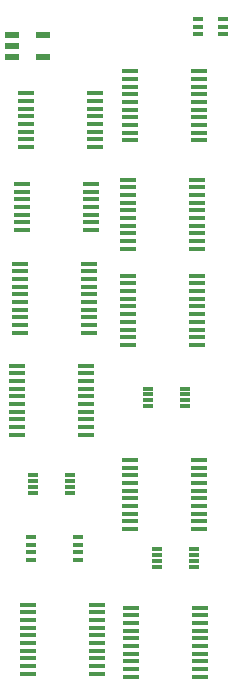
<source format=gtp>
%TF.GenerationSoftware,KiCad,Pcbnew,9.0.4*%
%TF.CreationDate,2025-09-20T10:09:57+02:00*%
%TF.ProjectId,Processor Full Device,50726f63-6573-4736-9f72-2046756c6c20,V0*%
%TF.SameCoordinates,Original*%
%TF.FileFunction,Paste,Top*%
%TF.FilePolarity,Positive*%
%FSLAX46Y46*%
G04 Gerber Fmt 4.6, Leading zero omitted, Abs format (unit mm)*
G04 Created by KiCad (PCBNEW 9.0.4) date 2025-09-20 10:09:57*
%MOMM*%
%LPD*%
G01*
G04 APERTURE LIST*
%ADD10R,1.475000X0.450000*%
%ADD11R,0.850000X0.300000*%
%ADD12R,0.950000X0.450000*%
%ADD13R,1.150000X0.600000*%
%ADD14R,0.875000X0.450000*%
%ADD15R,1.450000X0.450000*%
G04 APERTURE END LIST*
D10*
%TO.C,IC14*%
X9542000Y-17395000D03*
X9542000Y-18045000D03*
X9542000Y-18695000D03*
X9542000Y-19345000D03*
X9542000Y-19995000D03*
X9542000Y-20645000D03*
X9542000Y-21295000D03*
X9542000Y-21945000D03*
X9542000Y-22595000D03*
X9542000Y-23245000D03*
X3666000Y-23245000D03*
X3666000Y-22595000D03*
X3666000Y-21945000D03*
X3666000Y-21295000D03*
X3666000Y-20645000D03*
X3666000Y-19995000D03*
X3666000Y-19345000D03*
X3666000Y-18695000D03*
X3666000Y-18045000D03*
X3666000Y-17395000D03*
%TD*%
%TO.C,IC13*%
X18686000Y-18435001D03*
X18686000Y-19085001D03*
X18686000Y-19735001D03*
X18686000Y-20385001D03*
X18686000Y-21035001D03*
X18686000Y-21685001D03*
X18686000Y-22335001D03*
X18686000Y-22985001D03*
X18686000Y-23635001D03*
X18686000Y-24285001D03*
X12810000Y-24285001D03*
X12810000Y-23635001D03*
X12810000Y-22985001D03*
X12810000Y-22335001D03*
X12810000Y-21685001D03*
X12810000Y-21035001D03*
X12810000Y-20385001D03*
X12810000Y-19735001D03*
X12810000Y-19085001D03*
X12810000Y-18435001D03*
%TD*%
%TO.C,IC12*%
X9288000Y-26031000D03*
X9288000Y-26681000D03*
X9288000Y-27331000D03*
X9288000Y-27981000D03*
X9288000Y-28631000D03*
X9288000Y-29281000D03*
X9288000Y-29931000D03*
X9288000Y-30581000D03*
X9288000Y-31231000D03*
X9288000Y-31881000D03*
X3412000Y-31881000D03*
X3412000Y-31231000D03*
X3412000Y-30581000D03*
X3412000Y-29931000D03*
X3412000Y-29281000D03*
X3412000Y-28631000D03*
X3412000Y-27981000D03*
X3412000Y-27331000D03*
X3412000Y-26681000D03*
X3412000Y-26031000D03*
%TD*%
%TO.C,IC10*%
X9669000Y-10673000D03*
X9669000Y-11323000D03*
X9669000Y-11973000D03*
X9669000Y-12623000D03*
X9669000Y-13273000D03*
X9669000Y-13923000D03*
X9669000Y-14573000D03*
X3793000Y-14573000D03*
X3793000Y-13923000D03*
X3793000Y-13273000D03*
X3793000Y-12623000D03*
X3793000Y-11973000D03*
X3793000Y-11323000D03*
X3793000Y-10673000D03*
%TD*%
D11*
%TO.C,IC2*%
X18390000Y-41553000D03*
X18390000Y-42053000D03*
X18390000Y-42553000D03*
X18390000Y-43053000D03*
X15240000Y-43053000D03*
X15240000Y-42553000D03*
X15240000Y-42053000D03*
X15240000Y-41553000D03*
%TD*%
D10*
%TO.C,IC16*%
X4305000Y-52135000D03*
X4305000Y-51485000D03*
X4305000Y-50835000D03*
X4305000Y-50185000D03*
X4305000Y-49535000D03*
X4305000Y-48885000D03*
X4305000Y-48235000D03*
X4305000Y-47585000D03*
X4305000Y-46935000D03*
X4305000Y-46285000D03*
X10181000Y-46285000D03*
X10181000Y-46935000D03*
X10181000Y-47585000D03*
X10181000Y-48235000D03*
X10181000Y-48885000D03*
X10181000Y-49535000D03*
X10181000Y-50185000D03*
X10181000Y-50835000D03*
X10181000Y-51485000D03*
X10181000Y-52135000D03*
%TD*%
D12*
%TO.C,IC17*%
X8579000Y-40554000D03*
X8579000Y-41204000D03*
X8579000Y-41854000D03*
X8579000Y-42504000D03*
X4629000Y-42504000D03*
X4629000Y-41854000D03*
X4629000Y-41204000D03*
X4629000Y-40554000D03*
%TD*%
D11*
%TO.C,IC15*%
X7925000Y-35318000D03*
X7925000Y-35818000D03*
X7925000Y-36318000D03*
X7925000Y-36818000D03*
X4775000Y-36818000D03*
X4775000Y-36318000D03*
X4775000Y-35818000D03*
X4775000Y-35318000D03*
%TD*%
D13*
%TO.C,IC6*%
X5618000Y1966000D03*
X5618000Y66000D03*
X3018000Y66000D03*
X3018000Y1016000D03*
X3018000Y1966000D03*
%TD*%
D10*
%TO.C,IC8*%
X12810000Y-16133000D03*
X12810000Y-15483000D03*
X12810000Y-14833000D03*
X12810000Y-14183000D03*
X12810000Y-13533000D03*
X12810000Y-12883000D03*
X12810000Y-12233000D03*
X12810000Y-11583000D03*
X12810000Y-10933000D03*
X12810000Y-10283000D03*
X18686000Y-10283000D03*
X18686000Y-10933000D03*
X18686000Y-11583000D03*
X18686000Y-12233000D03*
X18686000Y-12883000D03*
X18686000Y-13533000D03*
X18686000Y-14183000D03*
X18686000Y-14833000D03*
X18686000Y-15483000D03*
X18686000Y-16133000D03*
%TD*%
D11*
%TO.C,IC1*%
X17669999Y-27980001D03*
X17669999Y-28480001D03*
X17669999Y-28980001D03*
X17669999Y-29480001D03*
X14519999Y-29480001D03*
X14519999Y-28980001D03*
X14519999Y-28480001D03*
X14519999Y-27980001D03*
%TD*%
D14*
%TO.C,IC5*%
X20828000Y3302000D03*
X20828000Y2652000D03*
X20828000Y2002000D03*
X18704000Y2002000D03*
X18704000Y2652000D03*
X18704000Y3302000D03*
%TD*%
D15*
%TO.C,IC4*%
X10041000Y-2982000D03*
X10041000Y-3632000D03*
X10041000Y-4282000D03*
X10041000Y-4932000D03*
X10041000Y-5582000D03*
X10041000Y-6232000D03*
X10041000Y-6882000D03*
X10041000Y-7532000D03*
X4191000Y-7532000D03*
X4191000Y-6882000D03*
X4191000Y-6232000D03*
X4191000Y-5582000D03*
X4191000Y-4932000D03*
X4191000Y-4282000D03*
X4191000Y-3632000D03*
X4191000Y-2982000D03*
%TD*%
D10*
%TO.C,IC11*%
X13064000Y-52384000D03*
X13064000Y-51734000D03*
X13064000Y-51084000D03*
X13064000Y-50434000D03*
X13064000Y-49784000D03*
X13064000Y-49134000D03*
X13064000Y-48484000D03*
X13064000Y-47834000D03*
X13064000Y-47184000D03*
X13064000Y-46534000D03*
X18940000Y-46534000D03*
X18940000Y-47184000D03*
X18940000Y-47834000D03*
X18940000Y-48484000D03*
X18940000Y-49134000D03*
X18940000Y-49784000D03*
X18940000Y-50434000D03*
X18940000Y-51084000D03*
X18940000Y-51734000D03*
X18940000Y-52384000D03*
%TD*%
%TO.C,IC9*%
X12937000Y-6963000D03*
X12937000Y-6313000D03*
X12937000Y-5663000D03*
X12937000Y-5013000D03*
X12937000Y-4363000D03*
X12937000Y-3713000D03*
X12937000Y-3063000D03*
X12937000Y-2413000D03*
X12937000Y-1763000D03*
X12937000Y-1113000D03*
X18813000Y-1113000D03*
X18813000Y-1763000D03*
X18813000Y-2413000D03*
X18813000Y-3063000D03*
X18813000Y-3713000D03*
X18813000Y-4363000D03*
X18813000Y-5013000D03*
X18813000Y-5663000D03*
X18813000Y-6313000D03*
X18813000Y-6963000D03*
%TD*%
%TO.C,IC7*%
X12937000Y-39887001D03*
X12937000Y-39237001D03*
X12937000Y-38587001D03*
X12937000Y-37937001D03*
X12937000Y-37287001D03*
X12937000Y-36637001D03*
X12937000Y-35987001D03*
X12937000Y-35337001D03*
X12937000Y-34687001D03*
X12937000Y-34037001D03*
X18813000Y-34037001D03*
X18813000Y-34687001D03*
X18813000Y-35337001D03*
X18813000Y-35987001D03*
X18813000Y-36637001D03*
X18813000Y-37287001D03*
X18813000Y-37937001D03*
X18813000Y-38587001D03*
X18813000Y-39237001D03*
X18813000Y-39887001D03*
%TD*%
M02*

</source>
